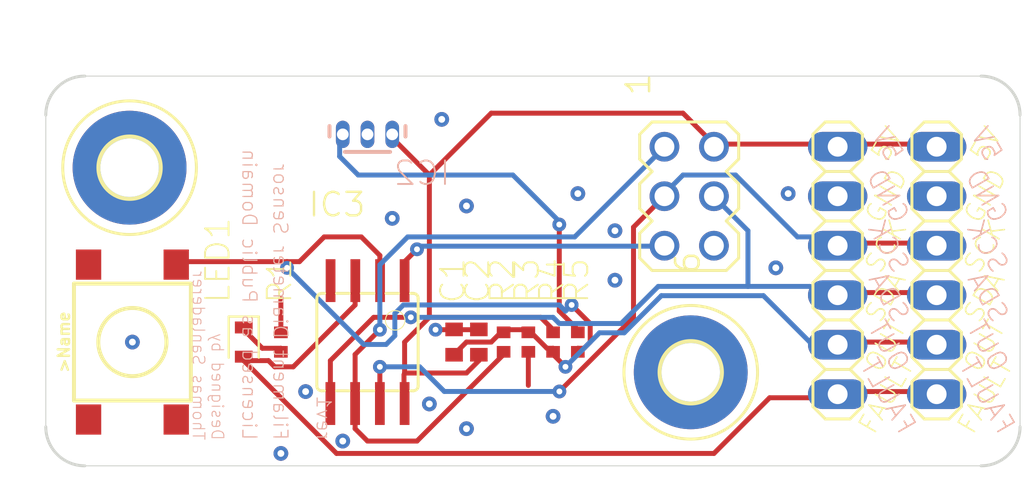
<source format=kicad_pcb>
(kicad_pcb (version 20171130) (host pcbnew "(5.1.9)-1")

  (general
    (thickness 1.6)
    (drawings 42)
    (tracks 186)
    (zones 0)
    (modules 16)
    (nets 12)
  )

  (page A4)
  (layers
    (0 Top signal)
    (31 Bottom signal)
    (32 B.Adhes user)
    (33 F.Adhes user)
    (34 B.Paste user)
    (35 F.Paste user)
    (36 B.SilkS user)
    (37 F.SilkS user)
    (38 B.Mask user)
    (39 F.Mask user)
    (40 Dwgs.User user)
    (41 Cmts.User user)
    (42 Eco1.User user)
    (43 Eco2.User user)
    (44 Edge.Cuts user)
    (45 Margin user)
    (46 B.CrtYd user)
    (47 F.CrtYd user)
    (48 B.Fab user)
    (49 F.Fab user)
  )

  (setup
    (last_trace_width 0.25)
    (trace_clearance 0.127)
    (zone_clearance 0.508)
    (zone_45_only no)
    (trace_min 0.2)
    (via_size 0.8)
    (via_drill 0.4)
    (via_min_size 0.4)
    (via_min_drill 0.3)
    (uvia_size 0.3)
    (uvia_drill 0.1)
    (uvias_allowed no)
    (uvia_min_size 0.2)
    (uvia_min_drill 0.1)
    (edge_width 0.05)
    (segment_width 0.2)
    (pcb_text_width 0.3)
    (pcb_text_size 1.5 1.5)
    (mod_edge_width 0.12)
    (mod_text_size 1 1)
    (mod_text_width 0.15)
    (pad_size 1.524 1.524)
    (pad_drill 0.762)
    (pad_to_mask_clearance 0)
    (aux_axis_origin 0 0)
    (visible_elements 7FFFFFFF)
    (pcbplotparams
      (layerselection 0x010fc_ffffffff)
      (usegerberextensions false)
      (usegerberattributes true)
      (usegerberadvancedattributes true)
      (creategerberjobfile true)
      (excludeedgelayer true)
      (linewidth 0.100000)
      (plotframeref false)
      (viasonmask false)
      (mode 1)
      (useauxorigin false)
      (hpglpennumber 1)
      (hpglpenspeed 20)
      (hpglpendiameter 15.000000)
      (psnegative false)
      (psa4output false)
      (plotreference true)
      (plotvalue true)
      (plotinvisibletext false)
      (padsonsilk false)
      (subtractmaskfromsilk false)
      (outputformat 1)
      (mirror false)
      (drillshape 1)
      (scaleselection 1)
      (outputdirectory ""))
  )

  (net 0 "")
  (net 1 +5V)
  (net 2 GND)
  (net 3 /FAULT)
  (net 4 /OUT)
  (net 5 /SDA)
  (net 6 /SCK)
  (net 7 "Net-(IC2-Pad3)")
  (net 8 /RESET)
  (net 9 /MISO)
  (net 10 /IN)
  (net 11 "Net-(LED1-PadC)")

  (net_class Default "This is the default net class."
    (clearance 0.127)
    (trace_width 0.25)
    (via_dia 0.8)
    (via_drill 0.4)
    (uvia_dia 0.3)
    (uvia_drill 0.1)
    (add_net +5V)
    (add_net /FAULT)
    (add_net /IN)
    (add_net /MISO)
    (add_net /OUT)
    (add_net /RESET)
    (add_net /SCK)
    (add_net /SDA)
    (add_net GND)
    (add_net "Net-(IC2-Pad3)")
    (add_net "Net-(LED1-PadC)")
  )

  (module filaSens:SIP3-UA (layer Bottom) (tedit 0) (tstamp 607B0B41)
    (at 140.0111 97.9936 180)
    (descr "<b>Type: 3-pin SIP, conventional leadframe</b><p>\nSource: http://www.allegromicro.com/en/Products/Packaging/pkghall1.pdf")
    (path /B2BFE474)
    (fp_text reference IC2 (at -1.27 -2.69875) (layer B.SilkS)
      (effects (font (size 1.2065 1.2065) (thickness 0.09652)) (justify right bottom mirror))
    )
    (fp_text value SS495 (at -2.54 1.405) (layer B.Fab)
      (effects (font (size 1.2065 1.2065) (thickness 0.09652)) (justify right bottom mirror))
    )
    (fp_line (start 1.95 0.425) (end -1.95 0.425) (layer B.Fab) (width 0.2032))
    (fp_line (start 1.95 -0.11) (end 1.95 0.425) (layer B.SilkS) (width 0.2032))
    (fp_line (start 1.16 -0.9) (end 1.95 -0.11) (layer B.Fab) (width 0.2032))
    (fp_line (start -1.16 -0.9) (end 1.16 -0.9) (layer B.SilkS) (width 0.2032))
    (fp_line (start -1.95 -0.11) (end -1.16 -0.9) (layer B.Fab) (width 0.2032))
    (fp_line (start -1.95 0.425) (end -1.95 -0.11) (layer B.SilkS) (width 0.2032))
    (pad 3 thru_hole oval (at 1.27 0 90) (size 1.4 0.7) (drill 0.6) (layers *.Cu *.Mask)
      (net 7 "Net-(IC2-Pad3)") (solder_mask_margin 0.1016))
    (pad 2 thru_hole oval (at 0 0 90) (size 1.4 0.7) (drill 0.6) (layers *.Cu *.Mask)
      (net 2 GND) (solder_mask_margin 0.1016))
    (pad 1 thru_hole oval (at -1.27 0 90) (size 1.4 0.7) (drill 0.6) (layers *.Cu *.Mask)
      (net 1 +5V) (solder_mask_margin 0.1016))
  )

  (module filaSens:1X06 (layer Top) (tedit 0) (tstamp 607B0B4D)
    (at 164.1411 104.9786 270)
    (descr "<b>PIN HEADER</b>")
    (path /235567EB)
    (fp_text reference JP1 (at -7.6962 -1.8288 270) (layer F.SilkS) hide
      (effects (font (size 1.2065 1.2065) (thickness 0.127)) (justify right top))
    )
    (fp_text value OUTPUT (at -7.62 3.175 270) (layer F.Fab) hide
      (effects (font (size 1.2065 1.2065) (thickness 0.1016)) (justify right top))
    )
    (fp_poly (pts (xy 6.096 0.254) (xy 6.604 0.254) (xy 6.604 -0.254) (xy 6.096 -0.254)) (layer F.Fab) (width 0))
    (fp_poly (pts (xy -6.604 0.254) (xy -6.096 0.254) (xy -6.096 -0.254) (xy -6.604 -0.254)) (layer F.Fab) (width 0))
    (fp_poly (pts (xy -4.064 0.254) (xy -3.556 0.254) (xy -3.556 -0.254) (xy -4.064 -0.254)) (layer F.Fab) (width 0))
    (fp_poly (pts (xy -1.524 0.254) (xy -1.016 0.254) (xy -1.016 -0.254) (xy -1.524 -0.254)) (layer F.Fab) (width 0))
    (fp_poly (pts (xy 1.016 0.254) (xy 1.524 0.254) (xy 1.524 -0.254) (xy 1.016 -0.254)) (layer F.Fab) (width 0))
    (fp_poly (pts (xy 3.556 0.254) (xy 4.064 0.254) (xy 4.064 -0.254) (xy 3.556 -0.254)) (layer F.Fab) (width 0))
    (fp_line (start 6.985 1.27) (end 5.715 1.27) (layer F.SilkS) (width 0.1524))
    (fp_line (start 5.08 0.635) (end 5.715 1.27) (layer F.SilkS) (width 0.1524))
    (fp_line (start 5.715 -1.27) (end 5.08 -0.635) (layer F.SilkS) (width 0.1524))
    (fp_line (start 7.62 0.635) (end 6.985 1.27) (layer F.SilkS) (width 0.1524))
    (fp_line (start 7.62 -0.635) (end 7.62 0.635) (layer F.SilkS) (width 0.1524))
    (fp_line (start 6.985 -1.27) (end 7.62 -0.635) (layer F.SilkS) (width 0.1524))
    (fp_line (start 5.715 -1.27) (end 6.985 -1.27) (layer F.SilkS) (width 0.1524))
    (fp_line (start -5.715 1.27) (end -6.985 1.27) (layer F.SilkS) (width 0.1524))
    (fp_line (start -7.62 0.635) (end -6.985 1.27) (layer F.SilkS) (width 0.1524))
    (fp_line (start -6.985 -1.27) (end -7.62 -0.635) (layer F.SilkS) (width 0.1524))
    (fp_line (start -7.62 -0.635) (end -7.62 0.635) (layer F.SilkS) (width 0.1524))
    (fp_line (start -4.445 1.27) (end -5.08 0.635) (layer F.SilkS) (width 0.1524))
    (fp_line (start -3.175 1.27) (end -4.445 1.27) (layer F.SilkS) (width 0.1524))
    (fp_line (start -2.54 0.635) (end -3.175 1.27) (layer F.SilkS) (width 0.1524))
    (fp_line (start -2.54 -0.635) (end -2.54 0.635) (layer F.SilkS) (width 0.1524))
    (fp_line (start -3.175 -1.27) (end -2.54 -0.635) (layer F.SilkS) (width 0.1524))
    (fp_line (start -4.445 -1.27) (end -3.175 -1.27) (layer F.SilkS) (width 0.1524))
    (fp_line (start -5.08 -0.635) (end -4.445 -1.27) (layer F.SilkS) (width 0.1524))
    (fp_line (start -5.08 0.635) (end -5.715 1.27) (layer F.SilkS) (width 0.1524))
    (fp_line (start -5.08 -0.635) (end -5.08 0.635) (layer F.SilkS) (width 0.1524))
    (fp_line (start -5.715 -1.27) (end -5.08 -0.635) (layer F.SilkS) (width 0.1524))
    (fp_line (start -6.985 -1.27) (end -5.715 -1.27) (layer F.SilkS) (width 0.1524))
    (fp_line (start 1.905 1.27) (end 0.635 1.27) (layer F.SilkS) (width 0.1524))
    (fp_line (start 0 0.635) (end 0.635 1.27) (layer F.SilkS) (width 0.1524))
    (fp_line (start 0.635 -1.27) (end 0 -0.635) (layer F.SilkS) (width 0.1524))
    (fp_line (start -1.905 1.27) (end -2.54 0.635) (layer F.SilkS) (width 0.1524))
    (fp_line (start -0.635 1.27) (end -1.905 1.27) (layer F.SilkS) (width 0.1524))
    (fp_line (start 0 0.635) (end -0.635 1.27) (layer F.SilkS) (width 0.1524))
    (fp_line (start 0 -0.635) (end 0 0.635) (layer F.SilkS) (width 0.1524))
    (fp_line (start -0.635 -1.27) (end 0 -0.635) (layer F.SilkS) (width 0.1524))
    (fp_line (start -1.905 -1.27) (end -0.635 -1.27) (layer F.SilkS) (width 0.1524))
    (fp_line (start -2.54 -0.635) (end -1.905 -1.27) (layer F.SilkS) (width 0.1524))
    (fp_line (start 3.175 1.27) (end 2.54 0.635) (layer F.SilkS) (width 0.1524))
    (fp_line (start 4.445 1.27) (end 3.175 1.27) (layer F.SilkS) (width 0.1524))
    (fp_line (start 5.08 0.635) (end 4.445 1.27) (layer F.SilkS) (width 0.1524))
    (fp_line (start 5.08 -0.635) (end 5.08 0.635) (layer F.SilkS) (width 0.1524))
    (fp_line (start 4.445 -1.27) (end 5.08 -0.635) (layer F.SilkS) (width 0.1524))
    (fp_line (start 3.175 -1.27) (end 4.445 -1.27) (layer F.SilkS) (width 0.1524))
    (fp_line (start 2.54 -0.635) (end 3.175 -1.27) (layer F.SilkS) (width 0.1524))
    (fp_line (start 2.54 0.635) (end 1.905 1.27) (layer F.SilkS) (width 0.1524))
    (fp_line (start 2.54 -0.635) (end 2.54 0.635) (layer F.SilkS) (width 0.1524))
    (fp_line (start 1.905 -1.27) (end 2.54 -0.635) (layer F.SilkS) (width 0.1524))
    (fp_line (start 0.635 -1.27) (end 1.905 -1.27) (layer F.SilkS) (width 0.1524))
    (pad 6 thru_hole oval (at 6.35 0) (size 3.048 1.524) (drill 1.016) (layers *.Cu *.Mask)
      (net 3 /FAULT) (solder_mask_margin 0.1016))
    (pad 5 thru_hole oval (at 3.81 0) (size 3.048 1.524) (drill 1.016) (layers *.Cu *.Mask)
      (net 4 /OUT) (solder_mask_margin 0.1016))
    (pad 4 thru_hole oval (at 1.27 0) (size 3.048 1.524) (drill 1.016) (layers *.Cu *.Mask)
      (net 5 /SDA) (solder_mask_margin 0.1016))
    (pad 3 thru_hole oval (at -1.27 0) (size 3.048 1.524) (drill 1.016) (layers *.Cu *.Mask)
      (net 6 /SCK) (solder_mask_margin 0.1016))
    (pad 2 thru_hole oval (at -3.81 0) (size 3.048 1.524) (drill 1.016) (layers *.Cu *.Mask)
      (net 2 GND) (solder_mask_margin 0.1016))
    (pad 1 thru_hole oval (at -6.35 0) (size 3.048 1.524) (drill 1.016) (layers *.Cu *.Mask)
      (net 1 +5V) (solder_mask_margin 0.1016))
  )

  (module filaSens:1X06 (layer Top) (tedit 0) (tstamp 607B0B87)
    (at 169.2211 104.9786 270)
    (descr "<b>PIN HEADER</b>")
    (path /46E31EBA)
    (fp_text reference JP2 (at -7.6962 -1.8288 270) (layer F.SilkS) hide
      (effects (font (size 1.2065 1.2065) (thickness 0.127)) (justify right top))
    )
    (fp_text value SUPPORT_ROW (at -7.62 3.175 270) (layer F.Fab) hide
      (effects (font (size 1.2065 1.2065) (thickness 0.1016)) (justify right top))
    )
    (fp_poly (pts (xy 6.096 0.254) (xy 6.604 0.254) (xy 6.604 -0.254) (xy 6.096 -0.254)) (layer F.Fab) (width 0))
    (fp_poly (pts (xy -6.604 0.254) (xy -6.096 0.254) (xy -6.096 -0.254) (xy -6.604 -0.254)) (layer F.Fab) (width 0))
    (fp_poly (pts (xy -4.064 0.254) (xy -3.556 0.254) (xy -3.556 -0.254) (xy -4.064 -0.254)) (layer F.Fab) (width 0))
    (fp_poly (pts (xy -1.524 0.254) (xy -1.016 0.254) (xy -1.016 -0.254) (xy -1.524 -0.254)) (layer F.Fab) (width 0))
    (fp_poly (pts (xy 1.016 0.254) (xy 1.524 0.254) (xy 1.524 -0.254) (xy 1.016 -0.254)) (layer F.Fab) (width 0))
    (fp_poly (pts (xy 3.556 0.254) (xy 4.064 0.254) (xy 4.064 -0.254) (xy 3.556 -0.254)) (layer F.Fab) (width 0))
    (fp_line (start 6.985 1.27) (end 5.715 1.27) (layer F.SilkS) (width 0.1524))
    (fp_line (start 5.08 0.635) (end 5.715 1.27) (layer F.SilkS) (width 0.1524))
    (fp_line (start 5.715 -1.27) (end 5.08 -0.635) (layer F.SilkS) (width 0.1524))
    (fp_line (start 7.62 0.635) (end 6.985 1.27) (layer F.SilkS) (width 0.1524))
    (fp_line (start 7.62 -0.635) (end 7.62 0.635) (layer F.SilkS) (width 0.1524))
    (fp_line (start 6.985 -1.27) (end 7.62 -0.635) (layer F.SilkS) (width 0.1524))
    (fp_line (start 5.715 -1.27) (end 6.985 -1.27) (layer F.SilkS) (width 0.1524))
    (fp_line (start -5.715 1.27) (end -6.985 1.27) (layer F.SilkS) (width 0.1524))
    (fp_line (start -7.62 0.635) (end -6.985 1.27) (layer F.SilkS) (width 0.1524))
    (fp_line (start -6.985 -1.27) (end -7.62 -0.635) (layer F.SilkS) (width 0.1524))
    (fp_line (start -7.62 -0.635) (end -7.62 0.635) (layer F.SilkS) (width 0.1524))
    (fp_line (start -4.445 1.27) (end -5.08 0.635) (layer F.SilkS) (width 0.1524))
    (fp_line (start -3.175 1.27) (end -4.445 1.27) (layer F.SilkS) (width 0.1524))
    (fp_line (start -2.54 0.635) (end -3.175 1.27) (layer F.SilkS) (width 0.1524))
    (fp_line (start -2.54 -0.635) (end -2.54 0.635) (layer F.SilkS) (width 0.1524))
    (fp_line (start -3.175 -1.27) (end -2.54 -0.635) (layer F.SilkS) (width 0.1524))
    (fp_line (start -4.445 -1.27) (end -3.175 -1.27) (layer F.SilkS) (width 0.1524))
    (fp_line (start -5.08 -0.635) (end -4.445 -1.27) (layer F.SilkS) (width 0.1524))
    (fp_line (start -5.08 0.635) (end -5.715 1.27) (layer F.SilkS) (width 0.1524))
    (fp_line (start -5.08 -0.635) (end -5.08 0.635) (layer F.SilkS) (width 0.1524))
    (fp_line (start -5.715 -1.27) (end -5.08 -0.635) (layer F.SilkS) (width 0.1524))
    (fp_line (start -6.985 -1.27) (end -5.715 -1.27) (layer F.SilkS) (width 0.1524))
    (fp_line (start 1.905 1.27) (end 0.635 1.27) (layer F.SilkS) (width 0.1524))
    (fp_line (start 0 0.635) (end 0.635 1.27) (layer F.SilkS) (width 0.1524))
    (fp_line (start 0.635 -1.27) (end 0 -0.635) (layer F.SilkS) (width 0.1524))
    (fp_line (start -1.905 1.27) (end -2.54 0.635) (layer F.SilkS) (width 0.1524))
    (fp_line (start -0.635 1.27) (end -1.905 1.27) (layer F.SilkS) (width 0.1524))
    (fp_line (start 0 0.635) (end -0.635 1.27) (layer F.SilkS) (width 0.1524))
    (fp_line (start 0 -0.635) (end 0 0.635) (layer F.SilkS) (width 0.1524))
    (fp_line (start -0.635 -1.27) (end 0 -0.635) (layer F.SilkS) (width 0.1524))
    (fp_line (start -1.905 -1.27) (end -0.635 -1.27) (layer F.SilkS) (width 0.1524))
    (fp_line (start -2.54 -0.635) (end -1.905 -1.27) (layer F.SilkS) (width 0.1524))
    (fp_line (start 3.175 1.27) (end 2.54 0.635) (layer F.SilkS) (width 0.1524))
    (fp_line (start 4.445 1.27) (end 3.175 1.27) (layer F.SilkS) (width 0.1524))
    (fp_line (start 5.08 0.635) (end 4.445 1.27) (layer F.SilkS) (width 0.1524))
    (fp_line (start 5.08 -0.635) (end 5.08 0.635) (layer F.SilkS) (width 0.1524))
    (fp_line (start 4.445 -1.27) (end 5.08 -0.635) (layer F.SilkS) (width 0.1524))
    (fp_line (start 3.175 -1.27) (end 4.445 -1.27) (layer F.SilkS) (width 0.1524))
    (fp_line (start 2.54 -0.635) (end 3.175 -1.27) (layer F.SilkS) (width 0.1524))
    (fp_line (start 2.54 0.635) (end 1.905 1.27) (layer F.SilkS) (width 0.1524))
    (fp_line (start 2.54 -0.635) (end 2.54 0.635) (layer F.SilkS) (width 0.1524))
    (fp_line (start 1.905 -1.27) (end 2.54 -0.635) (layer F.SilkS) (width 0.1524))
    (fp_line (start 0.635 -1.27) (end 1.905 -1.27) (layer F.SilkS) (width 0.1524))
    (pad 6 thru_hole oval (at 6.35 0) (size 3.048 1.524) (drill 1.016) (layers *.Cu *.Mask)
      (net 3 /FAULT) (solder_mask_margin 0.1016))
    (pad 5 thru_hole oval (at 3.81 0) (size 3.048 1.524) (drill 1.016) (layers *.Cu *.Mask)
      (net 4 /OUT) (solder_mask_margin 0.1016))
    (pad 4 thru_hole oval (at 1.27 0) (size 3.048 1.524) (drill 1.016) (layers *.Cu *.Mask)
      (net 5 /SDA) (solder_mask_margin 0.1016))
    (pad 3 thru_hole oval (at -1.27 0) (size 3.048 1.524) (drill 1.016) (layers *.Cu *.Mask)
      (net 6 /SCK) (solder_mask_margin 0.1016))
    (pad 2 thru_hole oval (at -3.81 0) (size 3.048 1.524) (drill 1.016) (layers *.Cu *.Mask)
      (net 2 GND) (solder_mask_margin 0.1016))
    (pad 1 thru_hole oval (at -6.35 0) (size 3.048 1.524) (drill 1.016) (layers *.Cu *.Mask)
      (net 1 +5V) (solder_mask_margin 0.1016))
  )

  (module filaSens:3,0-PAD (layer Top) (tedit 0) (tstamp 607B0BC1)
    (at 156.6011 110.2036)
    (descr "<b>MOUNTING PAD</b> 3.0 mm, round")
    (path /9910BFD8)
    (fp_text reference H1 (at 0 0) (layer F.SilkS) hide
      (effects (font (size 1.27 1.27) (thickness 0.15)))
    )
    (fp_text value MOUNT-PAD-ROUND3.0 (at 0 0) (layer F.SilkS) hide
      (effects (font (size 1.27 1.27) (thickness 0.15)))
    )
    (fp_circle (center 0 0) (end 1.6 0) (layer F.SilkS) (width 0.2032))
    (fp_circle (center 0 0) (end 3.556 0) (layer Dwgs.User) (width 1.016))
    (fp_circle (center 0 0) (end 3.556 0) (layer Dwgs.User) (width 1.016))
    (fp_circle (center 0 0) (end 3.556 0) (layer Dwgs.User) (width 1.016))
    (fp_circle (center 0 0) (end 0.762 0) (layer F.Fab) (width 0.4572))
    (fp_circle (center 0 0) (end 3.429 0) (layer F.SilkS) (width 0.1524))
    (fp_text user 3,0 (at -1.27 3.81) (layer Cmts.User)
      (effects (font (size 1.2065 1.2065) (thickness 0.1016)) (justify left bottom))
    )
    (fp_arc (start 0 0) (end 0 -2.159) (angle 90) (layer F.Fab) (width 2.4892))
    (fp_arc (start 0 0) (end -2.159 0) (angle -90) (layer F.Fab) (width 2.4892))
    (pad B3,0 thru_hole circle (at 0 0) (size 5.842 5.842) (drill 3) (layers *.Cu *.Mask)
      (net 2 GND) (solder_mask_margin 0.1016))
  )

  (module filaSens:3,0-PAD (layer Top) (tedit 0) (tstamp 607B0BCE)
    (at 127.8011 99.7036)
    (descr "<b>MOUNTING PAD</b> 3.0 mm, round")
    (path /5D268E00)
    (fp_text reference H2 (at 0 0) (layer F.SilkS) hide
      (effects (font (size 1.27 1.27) (thickness 0.15)))
    )
    (fp_text value MOUNT-PAD-ROUND3.0 (at 0 0) (layer F.SilkS) hide
      (effects (font (size 1.27 1.27) (thickness 0.15)))
    )
    (fp_circle (center 0 0) (end 1.6 0) (layer F.SilkS) (width 0.2032))
    (fp_circle (center 0 0) (end 3.556 0) (layer Dwgs.User) (width 1.016))
    (fp_circle (center 0 0) (end 3.556 0) (layer Dwgs.User) (width 1.016))
    (fp_circle (center 0 0) (end 3.556 0) (layer Dwgs.User) (width 1.016))
    (fp_circle (center 0 0) (end 0.762 0) (layer F.Fab) (width 0.4572))
    (fp_circle (center 0 0) (end 3.429 0) (layer F.SilkS) (width 0.1524))
    (fp_text user 3,0 (at -1.27 3.81) (layer Cmts.User)
      (effects (font (size 1.2065 1.2065) (thickness 0.1016)) (justify left bottom))
    )
    (fp_arc (start 0 0) (end 0 -2.159) (angle 90) (layer F.Fab) (width 2.4892))
    (fp_arc (start 0 0) (end -2.159 0) (angle -90) (layer F.Fab) (width 2.4892))
    (pad B3,0 thru_hole circle (at 0 0) (size 5.842 5.842) (drill 3) (layers *.Cu *.Mask)
      (net 2 GND) (solder_mask_margin 0.1016))
  )

  (module filaSens:MA03-2 (layer Top) (tedit 0) (tstamp 607B0BDB)
    (at 156.5211 101.1686 270)
    (descr "<b>PIN HEADER</b>")
    (path /C9A7A6AE)
    (fp_text reference SV1 (at -3.81 -2.921 270) (layer F.SilkS) hide
      (effects (font (size 1.2065 1.2065) (thickness 0.127)) (justify right top))
    )
    (fp_text value ISP (at -0.135 4.1275 90) (layer F.Fab)
      (effects (font (size 1.2065 1.2065) (thickness 0.12065)) (justify left bottom))
    )
    (fp_poly (pts (xy 2.286 -1.016) (xy 2.794 -1.016) (xy 2.794 -1.524) (xy 2.286 -1.524)) (layer F.Fab) (width 0))
    (fp_poly (pts (xy -0.254 -1.016) (xy 0.254 -1.016) (xy 0.254 -1.524) (xy -0.254 -1.524)) (layer F.Fab) (width 0))
    (fp_poly (pts (xy -2.794 -1.016) (xy -2.286 -1.016) (xy -2.286 -1.524) (xy -2.794 -1.524)) (layer F.Fab) (width 0))
    (fp_poly (pts (xy 2.286 1.524) (xy 2.794 1.524) (xy 2.794 1.016) (xy 2.286 1.016)) (layer F.Fab) (width 0))
    (fp_poly (pts (xy -2.794 1.524) (xy -2.286 1.524) (xy -2.286 1.016) (xy -2.794 1.016)) (layer F.Fab) (width 0))
    (fp_poly (pts (xy -0.254 1.524) (xy 0.254 1.524) (xy 0.254 1.016) (xy -0.254 1.016)) (layer F.Fab) (width 0))
    (fp_line (start 1.905 2.54) (end 1.27 1.905) (layer F.SilkS) (width 0.1524))
    (fp_line (start 3.175 2.54) (end 1.905 2.54) (layer F.SilkS) (width 0.1524))
    (fp_line (start 3.81 1.905) (end 3.175 2.54) (layer F.SilkS) (width 0.1524))
    (fp_line (start -1.905 2.54) (end -3.175 2.54) (layer F.SilkS) (width 0.1524))
    (fp_line (start -3.81 1.905) (end -3.175 2.54) (layer F.SilkS) (width 0.1524))
    (fp_line (start -3.81 -1.905) (end -3.81 1.905) (layer F.SilkS) (width 0.1524))
    (fp_line (start -0.635 2.54) (end -1.27 1.905) (layer F.SilkS) (width 0.1524))
    (fp_line (start 0.635 2.54) (end -0.635 2.54) (layer F.SilkS) (width 0.1524))
    (fp_line (start 1.27 1.905) (end 0.635 2.54) (layer F.SilkS) (width 0.1524))
    (fp_line (start -1.27 1.905) (end -1.905 2.54) (layer F.SilkS) (width 0.1524))
    (fp_line (start 3.81 -1.905) (end 3.81 1.905) (layer F.SilkS) (width 0.1524))
    (fp_line (start 3.175 -2.54) (end 3.81 -1.905) (layer F.SilkS) (width 0.1524))
    (fp_line (start 1.905 -2.54) (end 3.175 -2.54) (layer F.SilkS) (width 0.1524))
    (fp_line (start 1.27 -1.905) (end 1.905 -2.54) (layer F.SilkS) (width 0.1524))
    (fp_line (start -3.175 -2.54) (end -3.81 -1.905) (layer F.SilkS) (width 0.1524))
    (fp_line (start 0.635 -2.54) (end 1.27 -1.905) (layer F.SilkS) (width 0.1524))
    (fp_line (start -0.635 -2.54) (end 0.635 -2.54) (layer F.SilkS) (width 0.1524))
    (fp_line (start -1.27 -1.905) (end -0.635 -2.54) (layer F.SilkS) (width 0.1524))
    (fp_line (start -1.905 -2.54) (end -1.27 -1.905) (layer F.SilkS) (width 0.1524))
    (fp_line (start -3.175 -2.54) (end -1.905 -2.54) (layer F.SilkS) (width 0.1524))
    (fp_text user 6 (at 4.064 -0.635 270) (layer F.SilkS)
      (effects (font (size 1.2065 1.2065) (thickness 0.127)) (justify left bottom))
    )
    (fp_text user 1 (at -5.08 1.905 270) (layer F.SilkS)
      (effects (font (size 1.2065 1.2065) (thickness 0.127)) (justify left bottom))
    )
    (pad 6 thru_hole circle (at 2.54 -1.27 270) (size 1.524 1.524) (drill 1.016) (layers *.Cu *.Mask)
      (net 2 GND) (solder_mask_margin 0.1016))
    (pad 4 thru_hole circle (at 0 -1.27 270) (size 1.524 1.524) (drill 1.016) (layers *.Cu *.Mask)
      (net 5 /SDA) (solder_mask_margin 0.1016))
    (pad 2 thru_hole circle (at -2.54 -1.27 270) (size 1.524 1.524) (drill 1.016) (layers *.Cu *.Mask)
      (net 1 +5V) (solder_mask_margin 0.1016))
    (pad 5 thru_hole circle (at 2.54 1.27 270) (size 1.524 1.524) (drill 1.016) (layers *.Cu *.Mask)
      (net 8 /RESET) (solder_mask_margin 0.1016))
    (pad 3 thru_hole circle (at 0 1.27 270) (size 1.524 1.524) (drill 1.016) (layers *.Cu *.Mask)
      (net 6 /SCK) (solder_mask_margin 0.1016))
    (pad 1 thru_hole circle (at -2.54 1.27 270) (size 1.524 1.524) (drill 1.016) (layers *.Cu *.Mask)
      (net 9 /MISO) (solder_mask_margin 0.1016))
  )

  (module filaSens:SOIC8 (layer Top) (tedit 0) (tstamp 607B0C00)
    (at 140.0111 108.6536 180)
    (descr "<B>Wide Plastic Gull Wing Small Outline Package</B>")
    (path /40F764B3)
    (fp_text reference IC3 (at 3.1115 6.35) (layer F.SilkS)
      (effects (font (size 1.2065 1.2065) (thickness 0.12065)) (justify left bottom))
    )
    (fp_text value TINY85 (at 3.1115 4.826) (layer F.Fab)
      (effects (font (size 1.2065 1.2065) (thickness 0.12065)) (justify left bottom))
    )
    (fp_poly (pts (xy -2.08 3.4) (xy -1.73 3.4) (xy -1.73 2.5) (xy -2.08 2.5)) (layer F.Fab) (width 0))
    (fp_poly (pts (xy -0.82 3.4) (xy -0.47 3.4) (xy -0.47 2.5) (xy -0.82 2.5)) (layer F.Fab) (width 0))
    (fp_poly (pts (xy 0.45 3.4) (xy 0.8 3.4) (xy 0.8 2.5) (xy 0.45 2.5)) (layer F.Fab) (width 0))
    (fp_poly (pts (xy 1.72 3.4) (xy 2.07 3.4) (xy 2.07 2.5) (xy 1.72 2.5)) (layer F.Fab) (width 0))
    (fp_poly (pts (xy 1.73 -2.5) (xy 2.08 -2.5) (xy 2.08 -3.4) (xy 1.73 -3.4)) (layer F.Fab) (width 0))
    (fp_poly (pts (xy 0.46 -2.5) (xy 0.81 -2.5) (xy 0.81 -3.4) (xy 0.46 -3.4)) (layer F.Fab) (width 0))
    (fp_poly (pts (xy -0.81 -2.5) (xy -0.46 -2.5) (xy -0.46 -3.4) (xy -0.81 -3.4)) (layer F.Fab) (width 0))
    (fp_poly (pts (xy -2.08 -2.5) (xy -1.73 -2.5) (xy -1.73 -3.4) (xy -2.08 -3.4)) (layer F.Fab) (width 0))
    (fp_circle (center -1.42 1.115) (end -0.92 1.115) (layer F.SilkS) (width 0.0508))
    (fp_line (start 2.6 2.25) (end 2.6 -2.25) (layer F.SilkS) (width 0.1524))
    (fp_line (start -2.6 -2.25) (end -2.6 2.24) (layer F.SilkS) (width 0.1524))
    (fp_line (start -2.21 2.5) (end -2.34 2.5) (layer F.SilkS) (width 0.1524))
    (fp_line (start -0.95 2.5) (end -1.59 2.5) (layer F.SilkS) (width 0.1524))
    (fp_line (start 0.32 2.5) (end -0.33 2.5) (layer F.SilkS) (width 0.1524))
    (fp_line (start 1.59 2.5) (end 0.94 2.5) (layer F.SilkS) (width 0.1524))
    (fp_line (start 2.2 2.5) (end 2.33 2.5) (layer F.SilkS) (width 0.1524))
    (fp_line (start 2.21 -2.5) (end 2.36 -2.5) (layer F.SilkS) (width 0.1524))
    (fp_line (start 0.95 -2.5) (end 1.59 -2.5) (layer F.SilkS) (width 0.1524))
    (fp_line (start -0.32 -2.5) (end 0.32 -2.5) (layer F.SilkS) (width 0.1524))
    (fp_line (start -1.59 -2.5) (end -0.95 -2.5) (layer F.SilkS) (width 0.1524))
    (fp_line (start -2.21 -2.5) (end -2.34 -2.5) (layer F.SilkS) (width 0.1524))
    (fp_line (start -2.34 -2.5) (end 2.36 -2.5) (layer F.Fab) (width 0.1524))
    (fp_line (start 2.36 2.5) (end -2.34 2.5) (layer F.Fab) (width 0.1524))
    (fp_arc (start -2.35 2.25) (end -2.6 2.25) (angle -90) (layer F.SilkS) (width 0.1524))
    (fp_arc (start 2.35 2.25) (end 2.35 2.5) (angle -90) (layer F.SilkS) (width 0.1524))
    (fp_arc (start 2.35 -2.25) (end 2.35 -2.5) (angle 90) (layer F.SilkS) (width 0.1524))
    (fp_arc (start -2.35 -2.25) (end -2.6 -2.25) (angle 90) (layer F.SilkS) (width 0.1524))
    (pad 5 smd rect (at 1.905 -3.154 180) (size 0.5 2.2) (layers Top F.Paste F.Mask)
      (net 5 /SDA) (solder_mask_margin 0.1016))
    (pad 6 smd rect (at 0.635 -3.154 180) (size 0.5 2.2) (layers Top F.Paste F.Mask)
      (net 9 /MISO) (solder_mask_margin 0.1016))
    (pad 7 smd rect (at -0.635 -3.154 180) (size 0.5 2.2) (layers Top F.Paste F.Mask)
      (net 6 /SCK) (solder_mask_margin 0.1016))
    (pad 8 smd rect (at -1.905 -3.154 180) (size 0.5 2.2) (layers Top F.Paste F.Mask)
      (net 1 +5V) (solder_mask_margin 0.1016))
    (pad 4 smd rect (at 1.895 3.154 180) (size 0.5 2.2) (layers Top F.Paste F.Mask)
      (net 2 GND) (solder_mask_margin 0.1016))
    (pad 3 smd rect (at 0.625 3.154 180) (size 0.5 2.2) (layers Top F.Paste F.Mask)
      (net 3 /FAULT) (solder_mask_margin 0.1016))
    (pad 2 smd rect (at -0.645 3.154 180) (size 0.5 2.2) (layers Top F.Paste F.Mask)
      (net 10 /IN) (solder_mask_margin 0.1016))
    (pad 1 smd rect (at -1.905 3.154 180) (size 0.5 2.2) (layers Top F.Paste F.Mask)
      (net 8 /RESET) (solder_mask_margin 0.1016))
  )

  (module filaSens:R0402 (layer Top) (tedit 0) (tstamp 607B0C26)
    (at 146.9961 108.6536 90)
    (descr "<b>Chip RESISTOR 0402 EIA (1005 Metric)</b>")
    (path /C0D1C9B9)
    (fp_text reference R2 (at 1.905 0.635 90) (layer F.SilkS)
      (effects (font (size 1.2065 1.2065) (thickness 0.09652)) (justify left bottom))
    )
    (fp_text value 36k (at -1.905 -0.635 90) (layer F.Fab)
      (effects (font (size 1.2065 1.2065) (thickness 0.09652)) (justify left bottom))
    )
    (fp_poly (pts (xy -0.1999 0.35) (xy 0.1999 0.35) (xy 0.1999 -0.35) (xy -0.1999 -0.35)) (layer F.Adhes) (width 0))
    (fp_poly (pts (xy 0.2588 0.3048) (xy 0.5588 0.3048) (xy 0.5588 -0.2951) (xy 0.2588 -0.2951)) (layer F.Fab) (width 0))
    (fp_poly (pts (xy -0.554 0.3048) (xy -0.254 0.3048) (xy -0.254 -0.2951) (xy -0.554 -0.2951)) (layer F.Fab) (width 0))
    (fp_line (start -1 0.483) (end -1 -0.483) (layer Dwgs.User) (width 0.0508))
    (fp_line (start 1 0.483) (end -1 0.483) (layer Dwgs.User) (width 0.0508))
    (fp_line (start 1 -0.483) (end 1 0.483) (layer Dwgs.User) (width 0.0508))
    (fp_line (start -1 -0.483) (end 1 -0.483) (layer Dwgs.User) (width 0.0508))
    (fp_line (start 0.245 0.224) (end -0.245 0.224) (layer F.Fab) (width 0.1524))
    (fp_line (start -0.245 -0.224) (end 0.245 -0.224) (layer F.Fab) (width 0.1524))
    (pad 2 smd rect (at 0.5 0 90) (size 0.6 0.7) (layers Top F.Paste F.Mask)
      (net 4 /OUT) (solder_mask_margin 0.1016))
    (pad 1 smd rect (at -0.5 0 90) (size 0.6 0.7) (layers Top F.Paste F.Mask)
      (net 9 /MISO) (solder_mask_margin 0.1016))
  )

  (module filaSens:R0402 (layer Top) (tedit 0) (tstamp 607B0C34)
    (at 135.5661 108.6536 90)
    (descr "<b>Chip RESISTOR 0402 EIA (1005 Metric)</b>")
    (path /DDF01354)
    (fp_text reference R1 (at 1.905 0.635 90) (layer F.SilkS)
      (effects (font (size 1.2065 1.2065) (thickness 0.09652)) (justify left bottom))
    )
    (fp_text value 1k (at -1.905 -0.635 90) (layer F.Fab)
      (effects (font (size 1.2065 1.2065) (thickness 0.09652)) (justify left bottom))
    )
    (fp_poly (pts (xy -0.1999 0.35) (xy 0.1999 0.35) (xy 0.1999 -0.35) (xy -0.1999 -0.35)) (layer F.Adhes) (width 0))
    (fp_poly (pts (xy 0.2588 0.3048) (xy 0.5588 0.3048) (xy 0.5588 -0.2951) (xy 0.2588 -0.2951)) (layer F.Fab) (width 0))
    (fp_poly (pts (xy -0.554 0.3048) (xy -0.254 0.3048) (xy -0.254 -0.2951) (xy -0.554 -0.2951)) (layer F.Fab) (width 0))
    (fp_line (start -1 0.483) (end -1 -0.483) (layer Dwgs.User) (width 0.0508))
    (fp_line (start 1 0.483) (end -1 0.483) (layer Dwgs.User) (width 0.0508))
    (fp_line (start 1 -0.483) (end 1 0.483) (layer Dwgs.User) (width 0.0508))
    (fp_line (start -1 -0.483) (end 1 -0.483) (layer Dwgs.User) (width 0.0508))
    (fp_line (start 0.245 0.224) (end -0.245 0.224) (layer F.Fab) (width 0.1524))
    (fp_line (start -0.245 -0.224) (end 0.245 -0.224) (layer F.Fab) (width 0.1524))
    (pad 2 smd rect (at 0.5 0 90) (size 0.6 0.7) (layers Top F.Paste F.Mask)
      (net 2 GND) (solder_mask_margin 0.1016))
    (pad 1 smd rect (at -0.5 0 90) (size 0.6 0.7) (layers Top F.Paste F.Mask)
      (net 11 "Net-(LED1-PadC)") (solder_mask_margin 0.1016))
  )

  (module filaSens:R0402 (layer Top) (tedit 0) (tstamp 607B0C42)
    (at 149.5361 108.6536 90)
    (descr "<b>Chip RESISTOR 0402 EIA (1005 Metric)</b>")
    (path /9335F57E)
    (fp_text reference R4 (at 1.905 0.635 90) (layer F.SilkS)
      (effects (font (size 1.2065 1.2065) (thickness 0.09652)) (justify left bottom))
    )
    (fp_text value 18k (at -1.905 0.635 90) (layer F.Fab)
      (effects (font (size 1.2065 1.2065) (thickness 0.09652)) (justify left bottom))
    )
    (fp_poly (pts (xy -0.1999 0.35) (xy 0.1999 0.35) (xy 0.1999 -0.35) (xy -0.1999 -0.35)) (layer F.Adhes) (width 0))
    (fp_poly (pts (xy 0.2588 0.3048) (xy 0.5588 0.3048) (xy 0.5588 -0.2951) (xy 0.2588 -0.2951)) (layer F.Fab) (width 0))
    (fp_poly (pts (xy -0.554 0.3048) (xy -0.254 0.3048) (xy -0.254 -0.2951) (xy -0.554 -0.2951)) (layer F.Fab) (width 0))
    (fp_line (start -1 0.483) (end -1 -0.483) (layer Dwgs.User) (width 0.0508))
    (fp_line (start 1 0.483) (end -1 0.483) (layer Dwgs.User) (width 0.0508))
    (fp_line (start 1 -0.483) (end 1 0.483) (layer Dwgs.User) (width 0.0508))
    (fp_line (start -1 -0.483) (end 1 -0.483) (layer Dwgs.User) (width 0.0508))
    (fp_line (start 0.245 0.224) (end -0.245 0.224) (layer F.Fab) (width 0.1524))
    (fp_line (start -0.245 -0.224) (end 0.245 -0.224) (layer F.Fab) (width 0.1524))
    (pad 2 smd rect (at 0.5 0 90) (size 0.6 0.7) (layers Top F.Paste F.Mask)
      (net 1 +5V) (solder_mask_margin 0.1016))
    (pad 1 smd rect (at -0.5 0 90) (size 0.6 0.7) (layers Top F.Paste F.Mask)
      (net 4 /OUT) (solder_mask_margin 0.1016))
  )

  (module filaSens:R0402 (layer Top) (tedit 0) (tstamp 607B0C50)
    (at 148.2661 108.6536 90)
    (descr "<b>Chip RESISTOR 0402 EIA (1005 Metric)</b>")
    (path /B3FB3AD2)
    (fp_text reference R3 (at 1.905 0.635 90) (layer F.SilkS)
      (effects (font (size 1.2065 1.2065) (thickness 0.09652)) (justify left bottom))
    )
    (fp_text value 9k1 (at -1.905 -0.635 90) (layer F.Fab)
      (effects (font (size 1.2065 1.2065) (thickness 0.09652)) (justify left bottom))
    )
    (fp_poly (pts (xy -0.1999 0.35) (xy 0.1999 0.35) (xy 0.1999 -0.35) (xy -0.1999 -0.35)) (layer F.Adhes) (width 0))
    (fp_poly (pts (xy 0.2588 0.3048) (xy 0.5588 0.3048) (xy 0.5588 -0.2951) (xy 0.2588 -0.2951)) (layer F.Fab) (width 0))
    (fp_poly (pts (xy -0.554 0.3048) (xy -0.254 0.3048) (xy -0.254 -0.2951) (xy -0.554 -0.2951)) (layer F.Fab) (width 0))
    (fp_line (start -1 0.483) (end -1 -0.483) (layer Dwgs.User) (width 0.0508))
    (fp_line (start 1 0.483) (end -1 0.483) (layer Dwgs.User) (width 0.0508))
    (fp_line (start 1 -0.483) (end 1 0.483) (layer Dwgs.User) (width 0.0508))
    (fp_line (start -1 -0.483) (end 1 -0.483) (layer Dwgs.User) (width 0.0508))
    (fp_line (start 0.245 0.224) (end -0.245 0.224) (layer F.Fab) (width 0.1524))
    (fp_line (start -0.245 -0.224) (end 0.245 -0.224) (layer F.Fab) (width 0.1524))
    (pad 2 smd rect (at 0.5 0 90) (size 0.6 0.7) (layers Top F.Paste F.Mask)
      (net 4 /OUT) (solder_mask_margin 0.1016))
    (pad 1 smd rect (at -0.5 0 90) (size 0.6 0.7) (layers Top F.Paste F.Mask)
      (net 2 GND) (solder_mask_margin 0.1016))
  )

  (module filaSens:R0402 (layer Top) (tedit 0) (tstamp 607B0C5E)
    (at 150.8061 108.6536 90)
    (descr "<b>Chip RESISTOR 0402 EIA (1005 Metric)</b>")
    (path /47D19289)
    (fp_text reference R5 (at 1.905 0.635 90) (layer F.SilkS)
      (effects (font (size 1.2065 1.2065) (thickness 0.09652)) (justify left bottom))
    )
    (fp_text value 4k7 (at -1.905 -1.905 90) (layer F.Fab)
      (effects (font (size 1.2065 1.2065) (thickness 0.09652)) (justify left bottom))
    )
    (fp_poly (pts (xy -0.1999 0.35) (xy 0.1999 0.35) (xy 0.1999 -0.35) (xy -0.1999 -0.35)) (layer F.Adhes) (width 0))
    (fp_poly (pts (xy 0.2588 0.3048) (xy 0.5588 0.3048) (xy 0.5588 -0.2951) (xy 0.2588 -0.2951)) (layer F.Fab) (width 0))
    (fp_poly (pts (xy -0.554 0.3048) (xy -0.254 0.3048) (xy -0.254 -0.2951) (xy -0.554 -0.2951)) (layer F.Fab) (width 0))
    (fp_line (start -1 0.483) (end -1 -0.483) (layer Dwgs.User) (width 0.0508))
    (fp_line (start 1 0.483) (end -1 0.483) (layer Dwgs.User) (width 0.0508))
    (fp_line (start 1 -0.483) (end 1 0.483) (layer Dwgs.User) (width 0.0508))
    (fp_line (start -1 -0.483) (end 1 -0.483) (layer Dwgs.User) (width 0.0508))
    (fp_line (start 0.245 0.224) (end -0.245 0.224) (layer F.Fab) (width 0.1524))
    (fp_line (start -0.245 -0.224) (end 0.245 -0.224) (layer F.Fab) (width 0.1524))
    (pad 2 smd rect (at 0.5 0 90) (size 0.6 0.7) (layers Top F.Paste F.Mask)
      (net 7 "Net-(IC2-Pad3)") (solder_mask_margin 0.1016))
    (pad 1 smd rect (at -0.5 0 90) (size 0.6 0.7) (layers Top F.Paste F.Mask)
      (net 10 /IN) (solder_mask_margin 0.1016))
  )

  (module filaSens:C0402 (layer Top) (tedit 0) (tstamp 607B0C6C)
    (at 144.4561 108.6536 90)
    (descr <b>CAPACITOR</b>)
    (path /E7D47EA7)
    (fp_text reference C1 (at 1.905 0.635 90) (layer F.SilkS)
      (effects (font (size 1.2065 1.2065) (thickness 0.09652)) (justify left bottom))
    )
    (fp_text value 10uF (at -1.905 -0.635 90) (layer F.Fab)
      (effects (font (size 1.2065 1.2065) (thickness 0.09652)) (justify left bottom))
    )
    (fp_poly (pts (xy -0.1999 0.3) (xy 0.1999 0.3) (xy 0.1999 -0.3) (xy -0.1999 -0.3)) (layer F.Adhes) (width 0))
    (fp_poly (pts (xy 0.2588 0.3048) (xy 0.5588 0.3048) (xy 0.5588 -0.2951) (xy 0.2588 -0.2951)) (layer F.Fab) (width 0))
    (fp_poly (pts (xy -0.554 0.3048) (xy -0.254 0.3048) (xy -0.254 -0.2951) (xy -0.554 -0.2951)) (layer F.Fab) (width 0))
    (fp_line (start -1.473 0.483) (end -1.473 -0.483) (layer Dwgs.User) (width 0.0508))
    (fp_line (start 1.473 0.483) (end -1.473 0.483) (layer Dwgs.User) (width 0.0508))
    (fp_line (start 1.473 -0.483) (end 1.473 0.483) (layer Dwgs.User) (width 0.0508))
    (fp_line (start -1.473 -0.483) (end 1.473 -0.483) (layer Dwgs.User) (width 0.0508))
    (fp_line (start 0.245 0.224) (end -0.245 0.224) (layer F.Fab) (width 0.1524))
    (fp_line (start -0.245 -0.224) (end 0.245 -0.224) (layer F.Fab) (width 0.1524))
    (pad 2 smd rect (at 0.65 0 90) (size 0.7 0.9) (layers Top F.Paste F.Mask)
      (net 2 GND) (solder_mask_margin 0.1016))
    (pad 1 smd rect (at -0.65 0 90) (size 0.7 0.9) (layers Top F.Paste F.Mask)
      (net 4 /OUT) (solder_mask_margin 0.1016))
  )

  (module filaSens:C0402 (layer Top) (tedit 0) (tstamp 607B0C7A)
    (at 145.7261 108.6536 90)
    (descr <b>CAPACITOR</b>)
    (path /8350CC17)
    (fp_text reference C2 (at 1.905 0.635 90) (layer F.SilkS)
      (effects (font (size 1.2065 1.2065) (thickness 0.09652)) (justify left bottom))
    )
    (fp_text value 10uF (at -1.905 -0.635 90) (layer F.Fab)
      (effects (font (size 1.2065 1.2065) (thickness 0.09652)) (justify left bottom))
    )
    (fp_poly (pts (xy -0.1999 0.3) (xy 0.1999 0.3) (xy 0.1999 -0.3) (xy -0.1999 -0.3)) (layer F.Adhes) (width 0))
    (fp_poly (pts (xy 0.2588 0.3048) (xy 0.5588 0.3048) (xy 0.5588 -0.2951) (xy 0.2588 -0.2951)) (layer F.Fab) (width 0))
    (fp_poly (pts (xy -0.554 0.3048) (xy -0.254 0.3048) (xy -0.254 -0.2951) (xy -0.554 -0.2951)) (layer F.Fab) (width 0))
    (fp_line (start -1.473 0.483) (end -1.473 -0.483) (layer Dwgs.User) (width 0.0508))
    (fp_line (start 1.473 0.483) (end -1.473 0.483) (layer Dwgs.User) (width 0.0508))
    (fp_line (start 1.473 -0.483) (end 1.473 0.483) (layer Dwgs.User) (width 0.0508))
    (fp_line (start -1.473 -0.483) (end 1.473 -0.483) (layer Dwgs.User) (width 0.0508))
    (fp_line (start 0.245 0.224) (end -0.245 0.224) (layer F.Fab) (width 0.1524))
    (fp_line (start -0.245 -0.224) (end 0.245 -0.224) (layer F.Fab) (width 0.1524))
    (pad 2 smd rect (at 0.65 0 90) (size 0.7 0.9) (layers Top F.Paste F.Mask)
      (net 2 GND) (solder_mask_margin 0.1016))
    (pad 1 smd rect (at -0.65 0 90) (size 0.7 0.9) (layers Top F.Paste F.Mask)
      (net 1 +5V) (solder_mask_margin 0.1016))
  )

  (module filaSens:TACTILE_SWITCH_SMD_6.2MM_TALL (layer Top) (tedit 0) (tstamp 607B0C88)
    (at 127.9461 108.6536 90)
    (descr "<h3>Momentary Switch (Pushbutton) - SPST - SMD, 6.2mm Square</h3>\n<p>Normally-open (NO) SPST momentary switches (buttons, pushbuttons).</p>\n<p><a href=\"http://www.apem.com/files/apem/brochures/ADTS6-ADTSM-KTSC6.pdf\">Datasheet</a> (ADTSM63NVTR)</p>")
    (path /788C9994)
    (fp_text reference S1 (at 0 -3.175 90) (layer F.SilkS) hide
      (effects (font (size 0.57912 0.57912) (thickness 0.115824)))
    )
    (fp_text value MOMENTARY-SWITCH-SPST-SMD-6.2MM-TALL (at 0 0 90) (layer F.SilkS) hide
      (effects (font (size 1.27 1.27) (thickness 0.15)))
    )
    (fp_circle (center 0 0) (end 1.75 0) (layer F.SilkS) (width 0.2032))
    (fp_line (start -3 -3) (end -3 3) (layer F.SilkS) (width 0.2032))
    (fp_line (start 3 -3) (end -3 -3) (layer F.SilkS) (width 0.2032))
    (fp_line (start 3 3) (end 3 -3) (layer F.SilkS) (width 0.2032))
    (fp_line (start -3 3) (end 3 3) (layer F.SilkS) (width 0.2032))
    (fp_text user >Value (at 0 3.175 90) (layer F.Fab)
      (effects (font (size 0.57912 0.57912) (thickness 0.12192)) (justify top))
    )
    (fp_text user >Name (at 0 -3.175 90) (layer F.SilkS)
      (effects (font (size 0.57912 0.57912) (thickness 0.12192)) (justify bottom))
    )
    (pad B2 smd rect (at 3.975 -2.25 180) (size 1.3 1.55) (layers Top F.Paste F.Mask)
      (net 2 GND) (solder_mask_margin 0.1016))
    (pad B1 smd rect (at -3.975 -2.25 180) (size 1.3 1.55) (layers Top F.Paste F.Mask)
      (solder_mask_margin 0.1016))
    (pad A2 smd rect (at 3.975 2.25 180) (size 1.3 1.55) (layers Top F.Paste F.Mask)
      (net 10 /IN) (solder_mask_margin 0.1016))
    (pad A1 smd rect (at -3.975 2.25 180) (size 1.3 1.55) (layers Top F.Paste F.Mask)
      (solder_mask_margin 0.1016))
  )

  (module filaSens:LEDC1608X35N_FLAT-Y (layer Top) (tedit 0) (tstamp 607B0C96)
    (at 133.6611 108.6536 270)
    (descr "Chip LED, 1.60 X 0.80 X 0.35 mm body\n <p>Chip LED package with body size 1.60 X 0.80 X 0.35 mm</p>")
    (path /7DC8C285)
    (fp_text reference LED1 (at -4.191 0.6271 90) (layer F.SilkS)
      (effects (font (size 1.2065 1.2065) (thickness 0.09652)) (justify bottom))
    )
    (fp_text value CHIP-FLAT-Y_0603-0.35MM (at -0.127 1.4049 270) (layer F.Fab) hide
      (effects (font (size 1.2065 1.2065) (thickness 0.1016)) (justify right top))
    )
    (fp_line (start 0.8 0.4) (end -0.8 0.4) (layer F.Fab) (width 0.12))
    (fp_line (start 0.8 -0.4) (end 0.8 0.4) (layer F.Fab) (width 0.12))
    (fp_line (start -0.8 -0.4) (end 0.8 -0.4) (layer F.Fab) (width 0.12))
    (fp_line (start -0.8 0.4) (end -0.8 -0.4) (layer F.Fab) (width 0.12))
    (fp_line (start -1.3099 0.7699) (end 0.8 0.7699) (layer F.SilkS) (width 0.12))
    (fp_line (start -1.3099 -0.7699) (end -1.3099 0.7699) (layer F.SilkS) (width 0.12))
    (fp_line (start -1.3099 -0.7699) (end 0.8 -0.7699) (layer F.SilkS) (width 0.12))
    (pad A smd rect (at 0.75 0 270) (size 0.6118 0.9118) (layers Top F.Paste F.Mask)
      (net 3 /FAULT) (solder_mask_margin 0.1016))
    (pad C smd rect (at -0.75 0 270) (size 0.6118 0.9118) (layers Top F.Paste F.Mask)
      (net 11 "Net-(LED1-PadC)") (solder_mask_margin 0.1016))
  )

  (gr_line (start 123.5011 97.0036) (end 123.5011 113.0036) (layer Edge.Cuts) (width 0.05) (tstamp 33302B20))
  (gr_line (start 125.5011 95.0036) (end 171.5011 95.0036) (layer Edge.Cuts) (width 0.05) (tstamp 33302F80))
  (gr_line (start 173.5011 97.0036) (end 173.5011 113.0036) (layer Edge.Cuts) (width 0.05) (tstamp 33302BC0))
  (gr_text 5V (at 166.6811 99.5811 60) (layer F.SilkS) (tstamp 33302D00)
    (effects (font (size 0.9652 0.9652) (thickness 0.08128)) (justify left bottom))
  )
  (gr_text GND (at 166.3636 102.7561 60) (layer F.SilkS) (tstamp 33303AC0)
    (effects (font (size 0.9652 0.9652) (thickness 0.08128)) (justify left bottom))
  )
  (gr_text OUT (at 166.3636 110.3761 60) (layer F.SilkS) (tstamp 33302EE0)
    (effects (font (size 0.9652 0.9652) (thickness 0.08128)) (justify left bottom))
  )
  (gr_text FAULT (at 166.0461 113.5511 60) (layer F.SilkS) (tstamp 33303160)
    (effects (font (size 0.9652 0.9652) (thickness 0.08128)) (justify left bottom))
  )
  (gr_text SCK (at 166.3636 105.2961 60) (layer F.SilkS) (tstamp 33303200)
    (effects (font (size 0.9652 0.9652) (thickness 0.08128)) (justify left bottom))
  )
  (gr_text SDA (at 166.3636 107.8361 60) (layer F.SilkS) (tstamp 333000A0)
    (effects (font (size 0.9652 0.9652) (thickness 0.08128)) (justify left bottom))
  )
  (gr_line (start 171.5011 115.0036) (end 125.5011 115.0036) (layer Edge.Cuts) (width 0.05) (tstamp 33301D60))
  (gr_line (start 127.8011 99.7036) (end 127.8011 116.0036) (layer Dwgs.User) (width 0.1) (tstamp 33302800))
  (dimension 28.847006 (width 0.1) (layer Dwgs.User)
    (gr_text "28.847 mm" (at 142.219004 101.227118 0.03575151306) (layer Dwgs.User)
      (effects (font (size 1 1) (thickness 0.15)))
    )
    (feature1 (pts (xy 127.8011 110.2036) (xy 127.795919 101.899697)))
    (feature2 (pts (xy 156.6481 110.1856) (xy 156.642919 101.881697)))
    (crossbar (pts (xy 156.643284 102.468118) (xy 127.796284 102.486118)))
    (arrow1a (pts (xy 127.796284 102.486118) (xy 128.922422 101.898994)))
    (arrow1b (pts (xy 127.796284 102.486118) (xy 128.923153 103.071836)))
    (arrow2a (pts (xy 156.643284 102.468118) (xy 155.516415 101.8824)))
    (arrow2b (pts (xy 156.643284 102.468118) (xy 155.517146 103.055242)))
  )
  (gr_line (start 156.6011 110.2036) (end 121.2011 110.2036) (layer Dwgs.User) (width 0.1) (tstamp 33301FE0))
  (dimension 10.5 (width 0.1) (layer Dwgs.User)
    (gr_text "10.500 mm" (at 136.4511 104.9536 270) (layer Dwgs.User)
      (effects (font (size 1 1) (thickness 0.15)))
    )
    (feature1 (pts (xy 127.8011 110.2036) (xy 135.787521 110.2036)))
    (feature2 (pts (xy 127.8011 99.7036) (xy 135.787521 99.7036)))
    (crossbar (pts (xy 135.2011 99.7036) (xy 135.2011 110.2036)))
    (arrow1a (pts (xy 135.2011 110.2036) (xy 134.614679 109.077096)))
    (arrow1b (pts (xy 135.2011 110.2036) (xy 135.787521 109.077096)))
    (arrow2a (pts (xy 135.2011 99.7036) (xy 134.614679 100.830104)))
    (arrow2b (pts (xy 135.2011 99.7036) (xy 135.787521 100.830104)))
  )
  (gr_text "Filament Diameter Sensor" (at 135.1136 113.7336 -90) (layer B.SilkS) (tstamp 33301E00)
    (effects (font (size 0.7239 0.7239) (thickness 0.06096)) (justify left bottom mirror))
  )
  (gr_text "Designed by\nThomas Sanladerer" (at 130.9861 113.7336 -90) (layer B.SilkS) (tstamp 333001E0)
    (effects (font (size 0.60325 0.60325) (thickness 0.0508)) (justify left bottom mirror))
  )
  (gr_text "Licensed as Public Domain" (at 133.5261 113.7336 -90) (layer B.SilkS) (tstamp 33300DC0)
    (effects (font (size 0.7239 0.7239) (thickness 0.06096)) (justify left bottom mirror))
  )
  (gr_text 5V (at 171.7611 99.5811 60) (layer F.SilkS) (tstamp 33302260)
    (effects (font (size 0.9652 0.9652) (thickness 0.08128)) (justify left bottom))
  )
  (gr_text GND (at 171.4436 102.7561 60) (layer F.SilkS) (tstamp 33300C80)
    (effects (font (size 0.9652 0.9652) (thickness 0.08128)) (justify left bottom))
  )
  (gr_text OUT (at 171.4436 110.3761 60) (layer F.SilkS) (tstamp 33301180)
    (effects (font (size 0.9652 0.9652) (thickness 0.08128)) (justify left bottom))
  )
  (gr_text FAULT (at 171.1261 113.5511 60) (layer F.SilkS) (tstamp 33301400)
    (effects (font (size 0.9652 0.9652) (thickness 0.08128)) (justify left bottom))
  )
  (gr_text SCK (at 171.4436 105.2961 60) (layer F.SilkS) (tstamp 33301EA0)
    (effects (font (size 0.9652 0.9652) (thickness 0.08128)) (justify left bottom))
  )
  (gr_text SDA (at 171.4436 107.8361 60) (layer F.SilkS) (tstamp 33301F40)
    (effects (font (size 0.9652 0.9652) (thickness 0.08128)) (justify left bottom))
  )
  (gr_text 5V (at 171.7611 99.5811 -60) (layer B.SilkS) (tstamp 33302440)
    (effects (font (size 0.9652 0.9652) (thickness 0.08128)) (justify left bottom mirror))
  )
  (gr_text GND (at 172.0786 102.7561 -60) (layer B.SilkS) (tstamp 33300B40)
    (effects (font (size 0.9652 0.9652) (thickness 0.08128)) (justify left bottom mirror))
  )
  (gr_text OUT (at 172.0786 110.3761 -60) (layer B.SilkS) (tstamp 33302120)
    (effects (font (size 0.9652 0.9652) (thickness 0.08128)) (justify left bottom mirror))
  )
  (gr_text FAULT (at 172.3961 113.5511 -60) (layer B.SilkS) (tstamp 333019A0)
    (effects (font (size 0.9652 0.9652) (thickness 0.08128)) (justify left bottom mirror))
  )
  (gr_text SCK (at 172.0786 105.2961 -60) (layer B.SilkS) (tstamp 33302580)
    (effects (font (size 0.9652 0.9652) (thickness 0.08128)) (justify left bottom mirror))
  )
  (gr_text SDA (at 172.0786 107.8361 -60) (layer B.SilkS) (tstamp 33301360)
    (effects (font (size 0.9652 0.9652) (thickness 0.08128)) (justify left bottom mirror))
  )
  (gr_text rev1 (at 137.3361 113.7336 -90) (layer B.SilkS) (tstamp 333015E0)
    (effects (font (size 0.7239 0.7239) (thickness 0.06096)) (justify left bottom mirror))
  )
  (gr_text 5V (at 166.6811 99.5811 -60) (layer B.SilkS) (tstamp 33300280)
    (effects (font (size 0.9652 0.9652) (thickness 0.08128)) (justify left bottom mirror))
  )
  (gr_text GND (at 166.9986 102.7561 -60) (layer B.SilkS) (tstamp 33301CC0)
    (effects (font (size 0.9652 0.9652) (thickness 0.08128)) (justify left bottom mirror))
  )
  (gr_text OUT (at 166.9986 110.3761 -60) (layer B.SilkS) (tstamp 33301680)
    (effects (font (size 0.9652 0.9652) (thickness 0.08128)) (justify left bottom mirror))
  )
  (gr_text FAULT (at 167.3161 113.5511 -60) (layer B.SilkS) (tstamp 33300460)
    (effects (font (size 0.9652 0.9652) (thickness 0.08128)) (justify left bottom mirror))
  )
  (gr_text SCK (at 166.9986 105.2961 -60) (layer B.SilkS) (tstamp 33300D20)
    (effects (font (size 0.9652 0.9652) (thickness 0.08128)) (justify left bottom mirror))
  )
  (gr_text SDA (at 166.9986 107.8361 -60) (layer B.SilkS) (tstamp 33301AE0)
    (effects (font (size 0.9652 0.9652) (thickness 0.08128)) (justify left bottom mirror))
  )
  (dimension 50 (width 0.1) (layer Dwgs.User)
    (gr_text "50.000 mm" (at 148.5011 91.8461) (layer Dwgs.User)
      (effects (font (size 1 1) (thickness 0.15)))
    )
    (feature1 (pts (xy 173.5011 95.0036) (xy 173.5011 92.509679)))
    (feature2 (pts (xy 123.5011 95.0036) (xy 123.5011 92.509679)))
    (crossbar (pts (xy 123.5011 93.0961) (xy 173.5011 93.0961)))
    (arrow1a (pts (xy 173.5011 93.0961) (xy 172.374596 93.682521)))
    (arrow1b (pts (xy 173.5011 93.0961) (xy 172.374596 92.509679)))
    (arrow2a (pts (xy 123.5011 93.0961) (xy 124.627604 93.682521)))
    (arrow2b (pts (xy 123.5011 93.0961) (xy 124.627604 92.509679)))
  )
  (dimension 20 (width 0.1) (layer Dwgs.User)
    (gr_text "20.000 mm" (at 168.5936 105.0036 270) (layer Dwgs.User)
      (effects (font (size 1 1) (thickness 0.15)))
    )
    (feature1 (pts (xy 173.5011 115.0036) (xy 169.257179 115.0036)))
    (feature2 (pts (xy 173.5011 95.0036) (xy 169.257179 95.0036)))
    (crossbar (pts (xy 169.8436 95.0036) (xy 169.8436 115.0036)))
    (arrow1a (pts (xy 169.8436 115.0036) (xy 169.257179 113.877096)))
    (arrow1b (pts (xy 169.8436 115.0036) (xy 170.430021 113.877096)))
    (arrow2a (pts (xy 169.8436 95.0036) (xy 169.257179 96.130104)))
    (arrow2b (pts (xy 169.8436 95.0036) (xy 170.430021 96.130104)))
  )
  (gr_arc (start 125.5011 97.0036) (end 123.5011 97.0036) (angle 90) (layer Edge.Cuts) (width 0.1524) (tstamp 33300320))
  (gr_arc (start 125.5011 113.0036) (end 123.5011 113.0036) (angle -90) (layer Edge.Cuts) (width 0.1524) (tstamp 333026C0))
  (gr_arc (start 171.5011 113.0036) (end 173.5011 113.0036) (angle 90) (layer Edge.Cuts) (width 0.1524) (tstamp 33300640))
  (gr_arc (start 171.5011 97.0036) (end 171.5011 95.0036) (angle 90) (layer Edge.Cuts) (width 0.1524) (tstamp 333006E0))

  (segment (start 164.1411 98.4936) (end 157.7911 98.4936) (width 0.254) (layer Top) (net 1) (tstamp 335246A0))
  (segment (start 164.1411 98.4936) (end 169.2211 98.4936) (width 0.254) (layer Top) (net 1) (tstamp 33523CA0))
  (segment (start 169.2211 98.4936) (end 169.2211 98.6286) (width 0.254) (layer Top) (net 1) (tstamp 33524420))
  (segment (start 164.1411 98.4936) (end 164.1411 98.6286) (width 0.254) (layer Top) (net 1) (tstamp 335235C0))
  (segment (start 148.9011 107.3836) (end 149.5361 108.0186) (width 0.254) (layer Top) (net 1) (tstamp 33522DA0))
  (segment (start 143.1861 107.3836) (end 148.9011 107.3836) (width 0.254) (layer Top) (net 1) (tstamp 33524560))
  (segment (start 141.9161 108.6536) (end 143.1861 107.3836) (width 0.254) (layer Top) (net 1) (tstamp 33523E80))
  (segment (start 141.9161 110.2411) (end 141.9161 108.6536) (width 0.254) (layer Top) (net 1) (tstamp 33523DE0))
  (segment (start 149.5361 108.0186) (end 149.5361 108.1536) (width 0.254) (layer Top) (net 1) (tstamp 335221C0))
  (segment (start 145.0911 110.2411) (end 145.7261 109.6061) (width 0.254) (layer Top) (net 1) (tstamp 335238E0))
  (segment (start 141.9161 110.2411) (end 145.0911 110.2411) (width 0.254) (layer Top) (net 1) (tstamp 335232A0))
  (segment (start 145.7261 109.6061) (end 145.7261 109.3036) (width 0.254) (layer Top) (net 1) (tstamp 33524240))
  (segment (start 143.1861 100.0811) (end 141.2811 98.1761) (width 0.254) (layer Top) (net 1) (tstamp 33522300))
  (segment (start 143.1861 107.3836) (end 143.1861 100.0811) (width 0.254) (layer Top) (net 1) (tstamp 33521FE0))
  (segment (start 141.2811 98.1761) (end 141.2811 97.9936) (width 0.254) (layer Top) (net 1) (tstamp 33523660))
  (segment (start 156.2036 96.9061) (end 157.7911 98.4936) (width 0.254) (layer Top) (net 1) (tstamp 335242E0))
  (segment (start 146.3611 96.9061) (end 156.2036 96.9061) (width 0.254) (layer Top) (net 1) (tstamp 335228A0))
  (segment (start 143.1861 100.0811) (end 146.3611 96.9061) (width 0.254) (layer Top) (net 1) (tstamp 335244C0))
  (segment (start 157.7911 98.4936) (end 157.7911 98.6286) (width 0.254) (layer Top) (net 1) (tstamp 33524060))
  (segment (start 141.88435 110.33635) (end 141.88435 111.7651) (width 0.254) (layer Top) (net 1) (tstamp 335223A0))
  (segment (start 141.88435 111.7651) (end 141.9161 111.8076) (width 0.254) (layer Top) (net 1) (tstamp 335224E0))
  (segment (start 141.88435 110.33635) (end 141.9161 110.2411) (width 0.254) (layer Top) (net 1) (tstamp 33522080))
  (segment (start 145.7261 108.0186) (end 144.4561 108.0186) (width 0.254) (layer Top) (net 2) (tstamp 33522B20))
  (segment (start 145.7261 108.0186) (end 145.7261 108.0036) (width 0.254) (layer Top) (net 2) (tstamp 335229E0))
  (segment (start 148.2661 110.8761) (end 148.2661 109.1536) (width 0.254) (layer Top) (net 2) (tstamp 33522A80))
  (segment (start 143.5036 108.0186) (end 144.4561 108.0186) (width 0.254) (layer Top) (net 2) (tstamp 33523B60))
  (segment (start 144.4561 108.0186) (end 144.4561 108.0036) (width 0.254) (layer Top) (net 2) (tstamp 33523C00))
  (via (at 143.5036 108.0186) (size 0.7064) (drill 0.3) (layers Top Bottom) (net 2) (tstamp 33522C60))
  (via (at 145.0911 101.6686) (size 0.7564) (drill 0.35) (layers Top Bottom) (net 2) (tstamp 33522EE0))
  (via (at 150.8061 101.0336) (size 0.7564) (drill 0.35) (layers Top Bottom) (net 2) (tstamp 33523020))
  (via (at 152.7111 102.9386) (size 0.7564) (drill 0.35) (layers Top Bottom) (net 2) (tstamp 335230C0))
  (via (at 160.9661 104.8436) (size 0.7564) (drill 0.35) (layers Top Bottom) (net 2) (tstamp 33523160))
  (via (at 161.6011 101.0336) (size 0.7564) (drill 0.35) (layers Top Bottom) (net 2) (tstamp 33523200))
  (via (at 127.9461 108.6536) (size 0.7564) (drill 0.35) (layers Top Bottom) (net 2) (tstamp 335233E0))
  (via (at 136.8361 111.1936) (size 0.7564) (drill 0.35) (layers Top Bottom) (net 2) (tstamp 33523480))
  (via (at 143.1861 111.8286) (size 0.7564) (drill 0.35) (layers Top Bottom) (net 2) (tstamp 33523520))
  (via (at 145.0911 113.0986) (size 0.7564) (drill 0.35) (layers Top Bottom) (net 2) (tstamp 33523980))
  (via (at 149.5361 112.4636) (size 0.7564) (drill 0.35) (layers Top Bottom) (net 2) (tstamp 335253C0))
  (via (at 152.7111 105.4786) (size 0.7564) (drill 0.35) (layers Top Bottom) (net 2) (tstamp 33524EC0))
  (via (at 138.7411 113.7336) (size 0.7564) (drill 0.35) (layers Top Bottom) (net 2) (tstamp 33524F60))
  (via (at 135.5661 114.3686) (size 0.7564) (drill 0.35) (layers Top Bottom) (net 2) (tstamp 335247E0))
  (via (at 141.2811 102.3036) (size 0.7564) (drill 0.35) (layers Top Bottom) (net 2) (tstamp 33525640))
  (via (at 143.8211 97.2236) (size 0.7564) (drill 0.35) (layers Top Bottom) (net 2) (tstamp 335256E0))
  (segment (start 135.5661 106.4311) (end 135.5661 108.1536) (width 0.254) (layer Top) (net 2) (tstamp 33525460))
  (segment (start 169.2211 111.1936) (end 164.1411 111.1936) (width 0.254) (layer Top) (net 3) (tstamp 335208D0))
  (segment (start 164.1411 111.1936) (end 164.1411 111.3286) (width 0.254) (layer Top) (net 3) (tstamp 3351EF30))
  (segment (start 169.2211 111.1936) (end 169.2211 111.3286) (width 0.254) (layer Top) (net 3) (tstamp 3351FD90))
  (segment (start 134.9311 109.6061) (end 133.6611 109.6061) (width 0.254) (layer Top) (net 3) (tstamp 3351FED0))
  (segment (start 135.2486 109.9236) (end 134.9311 109.6061) (width 0.254) (layer Top) (net 3) (tstamp 3351F750))
  (segment (start 136.2011 109.9236) (end 135.2486 109.9236) (width 0.254) (layer Top) (net 3) (tstamp 3351FCF0))
  (segment (start 139.3761 106.7486) (end 136.2011 109.9236) (width 0.254) (layer Top) (net 3) (tstamp 3351F890))
  (segment (start 139.3761 105.7961) (end 139.3761 106.7486) (width 0.254) (layer Top) (net 3) (tstamp 33520BF0))
  (segment (start 139.3761 105.7961) (end 139.3861 105.4996) (width 0.254) (layer Top) (net 3) (tstamp 335205B0))
  (segment (start 160.6486 111.5111) (end 164.1411 111.5111) (width 0.254) (layer Top) (net 3) (tstamp 3351F250))
  (segment (start 157.7911 114.3686) (end 160.6486 111.5111) (width 0.254) (layer Top) (net 3) (tstamp 335201F0))
  (segment (start 138.4236 114.3686) (end 157.7911 114.3686) (width 0.254) (layer Top) (net 3) (tstamp 3351FBB0))
  (segment (start 133.6611 109.6061) (end 138.4236 114.3686) (width 0.254) (layer Top) (net 3) (tstamp 33521050))
  (segment (start 164.1411 111.5111) (end 164.1411 111.3286) (width 0.254) (layer Top) (net 3) (tstamp 33520010))
  (segment (start 133.6611 109.6061) (end 133.6611 109.4036) (width 0.254) (layer Top) (net 3) (tstamp 3351FC50))
  (segment (start 151.91735 108.17735) (end 150.1711 109.9236) (width 0.254) (layer Bottom) (net 4) (tstamp 33520150))
  (segment (start 153.18735 108.17735) (end 151.91735 108.17735) (width 0.254) (layer Bottom) (net 4) (tstamp 33520AB0))
  (segment (start 155.09235 106.27235) (end 153.18735 108.17735) (width 0.254) (layer Bottom) (net 4) (tstamp 33521410))
  (segment (start 160.3311 106.27235) (end 155.09235 106.27235) (width 0.254) (layer Bottom) (net 4) (tstamp 33520970))
  (segment (start 162.71235 108.6536) (end 160.3311 106.27235) (width 0.254) (layer Bottom) (net 4) (tstamp 33520290))
  (segment (start 164.1411 108.6536) (end 162.71235 108.6536) (width 0.254) (layer Bottom) (net 4) (tstamp 33520A10))
  (segment (start 164.1411 108.6536) (end 164.1411 108.7886) (width 0.254) (layer Bottom) (net 4) (tstamp 33520B50))
  (segment (start 148.2661 108.0186) (end 146.9961 108.0186) (width 0.254) (layer Top) (net 4) (tstamp 33520C90))
  (segment (start 149.2186 108.9711) (end 149.5361 108.9711) (width 0.254) (layer Top) (net 4) (tstamp 33520D30))
  (segment (start 148.2661 108.0186) (end 149.2186 108.9711) (width 0.254) (layer Top) (net 4) (tstamp 3351F390))
  (segment (start 149.5361 108.9711) (end 149.5361 109.1536) (width 0.254) (layer Top) (net 4) (tstamp 3351F610))
  (segment (start 148.2661 108.0186) (end 148.2661 108.1536) (width 0.254) (layer Top) (net 4) (tstamp 3351F430))
  (segment (start 145.0911 108.6536) (end 144.4561 109.2886) (width 0.254) (layer Top) (net 4) (tstamp 3351F4D0))
  (segment (start 146.3611 108.6536) (end 145.0911 108.6536) (width 0.254) (layer Top) (net 4) (tstamp 33520DD0))
  (segment (start 146.9961 108.0186) (end 146.3611 108.6536) (width 0.254) (layer Top) (net 4) (tstamp 33520FB0))
  (segment (start 144.4561 109.2886) (end 144.4561 109.3036) (width 0.254) (layer Top) (net 4) (tstamp 335210F0))
  (segment (start 146.9961 108.0186) (end 146.9961 108.1536) (width 0.254) (layer Top) (net 4) (tstamp 33521190))
  (segment (start 150.1711 109.9236) (end 149.5361 109.2886) (width 0.254) (layer Top) (net 4) (tstamp 3351F6B0))
  (segment (start 149.5361 109.2886) (end 149.5361 109.1536) (width 0.254) (layer Top) (net 4) (tstamp 33521E10))
  (segment (start 164.1411 108.6536) (end 169.2211 108.6536) (width 0.254) (layer Top) (net 4) (tstamp 33521B90))
  (segment (start 169.2211 108.6536) (end 169.2211 108.7886) (width 0.254) (layer Top) (net 4) (tstamp 335217D0))
  (segment (start 164.1411 108.6536) (end 164.1411 108.7886) (width 0.254) (layer Top) (net 4) (tstamp 33521CD0))
  (via (at 150.1711 109.9236) (size 0.7064) (drill 0.3) (layers Top Bottom) (net 4) (tstamp 33521870))
  (segment (start 142.2336 107.3836) (end 142.07485 107.54235) (width 0.254) (layer Bottom) (net 5) (tstamp 335262C0))
  (segment (start 149.5361 107.3836) (end 142.2336 107.3836) (width 0.254) (layer Bottom) (net 5) (tstamp 33526EA0))
  (segment (start 149.8536 107.7011) (end 149.5361 107.3836) (width 0.254) (layer Bottom) (net 5) (tstamp 33525820))
  (segment (start 153.0286 107.7011) (end 149.8536 107.7011) (width 0.254) (layer Bottom) (net 5) (tstamp 33524BA0))
  (segment (start 154.9336 105.7961) (end 153.0286 107.7011) (width 0.254) (layer Bottom) (net 5) (tstamp 33526860))
  (segment (start 162.71235 105.7961) (end 159.53735 105.7961) (width 0.254) (layer Bottom) (net 5) (tstamp 33525500))
  (segment (start 159.53735 105.7961) (end 154.9336 105.7961) (width 0.254) (layer Bottom) (net 5) (tstamp 335249C0))
  (segment (start 163.02985 106.1136) (end 162.71235 105.7961) (width 0.254) (layer Bottom) (net 5) (tstamp 33525000))
  (segment (start 164.1411 106.1136) (end 163.02985 106.1136) (width 0.254) (layer Bottom) (net 5) (tstamp 335250A0))
  (segment (start 164.1411 106.1136) (end 164.1411 106.2486) (width 0.254) (layer Bottom) (net 5) (tstamp 33525140))
  (segment (start 159.53735 102.9386) (end 157.7911 101.19235) (width 0.254) (layer Bottom) (net 5) (tstamp 335255A0))
  (segment (start 159.53735 105.7961) (end 159.53735 102.9386) (width 0.254) (layer Bottom) (net 5) (tstamp 33526E00))
  (segment (start 157.7911 101.19235) (end 157.7911 101.1686) (width 0.254) (layer Bottom) (net 5) (tstamp 33526900))
  (segment (start 138.1061 109.6061) (end 138.1061 111.8076) (width 0.254) (layer Top) (net 5) (tstamp 33524C40))
  (segment (start 140.3286 107.3836) (end 138.1061 109.6061) (width 0.254) (layer Top) (net 5) (tstamp 335258C0))
  (segment (start 142.2336 107.3836) (end 140.3286 107.3836) (width 0.254) (layer Top) (net 5) (tstamp 33524CE0))
  (segment (start 164.1411 106.1136) (end 169.2211 106.1136) (width 0.254) (layer Top) (net 5) (tstamp 33525960))
  (segment (start 169.2211 106.1136) (end 169.2211 106.2486) (width 0.254) (layer Top) (net 5) (tstamp 33525D20))
  (segment (start 164.1411 106.1136) (end 164.1411 106.2486) (width 0.254) (layer Top) (net 5) (tstamp 33526A40))
  (via (at 142.2336 107.3836) (size 0.7064) (drill 0.3) (layers Top Bottom) (net 5) (tstamp 335260E0))
  (segment (start 163.8236 103.2561) (end 164.1411 103.5736) (width 0.254) (layer Bottom) (net 6) (tstamp 33525E60))
  (segment (start 162.07735 103.2561) (end 163.8236 103.2561) (width 0.254) (layer Bottom) (net 6) (tstamp 33525A00))
  (segment (start 158.90235 100.0811) (end 162.07735 103.2561) (width 0.254) (layer Bottom) (net 6) (tstamp 33526040))
  (segment (start 156.2036 100.0811) (end 158.90235 100.0811) (width 0.254) (layer Bottom) (net 6) (tstamp 33524880))
  (segment (start 155.2511 101.0336) (end 156.2036 100.0811) (width 0.254) (layer Bottom) (net 6) (tstamp 33526400))
  (segment (start 164.1411 103.5736) (end 164.1411 103.7086) (width 0.254) (layer Bottom) (net 6) (tstamp 33524920))
  (segment (start 155.2511 101.0336) (end 155.2511 101.1686) (width 0.254) (layer Bottom) (net 6) (tstamp 33524D80))
  (segment (start 140.6461 109.9236) (end 140.6461 111.8076) (width 0.254) (layer Top) (net 6) (tstamp 33525AA0))
  (segment (start 164.1411 103.5736) (end 169.2211 103.5736) (width 0.254) (layer Top) (net 6) (tstamp 33525C80))
  (segment (start 169.2211 103.5736) (end 169.2211 103.7086) (width 0.254) (layer Top) (net 6) (tstamp 33525F00))
  (segment (start 164.1411 103.5736) (end 164.1411 103.7086) (width 0.254) (layer Top) (net 6) (tstamp 33525FA0))
  (via (at 140.6461 109.9236) (size 0.7064) (drill 0.3) (layers Top Bottom) (net 6) (tstamp 33526180))
  (segment (start 153.6636 102.7561) (end 153.6636 107.3836) (width 0.254) (layer Top) (net 6))
  (segment (start 155.2511 101.1686) (end 153.6636 102.7561) (width 0.254) (layer Top) (net 6))
  (segment (start 153.6636 107.3836) (end 153.6636 107.3849) (width 0.25) (layer Top) (net 6))
  (segment (start 153.6636 107.3849) (end 149.86 111.1885) (width 0.25) (layer Top) (net 6))
  (via (at 149.86 111.1885) (size 0.7064) (drill 0.3) (layers Top Bottom) (net 6))
  (segment (start 142.6896 109.9236) (end 140.6461 109.9236) (width 0.254) (layer Bottom) (net 6))
  (segment (start 143.9545 111.1885) (end 142.6896 109.9236) (width 0.254) (layer Bottom) (net 6))
  (segment (start 149.86 111.1885) (end 143.9545 111.1885) (width 0.254) (layer Bottom) (net 6))
  (segment (start 147.47235 100.0811) (end 149.932975 102.541725) (width 0.254) (layer Bottom) (net 7) (tstamp 33528F20))
  (segment (start 149.932975 102.541725) (end 150.01235 102.6211) (width 0.254) (layer Bottom) (net 7) (tstamp 33527E40))
  (segment (start 139.53485 100.0811) (end 147.47235 100.0811) (width 0.254) (layer Bottom) (net 7) (tstamp 33529060))
  (segment (start 138.58235 99.1286) (end 139.53485 100.0811) (width 0.254) (layer Bottom) (net 7) (tstamp 335280C0))
  (segment (start 138.58235 98.01735) (end 138.58235 99.1286) (width 0.254) (layer Bottom) (net 7) (tstamp 33528160))
  (segment (start 138.7411 98.01735) (end 138.58235 98.01735) (width 0.254) (layer Bottom) (net 7) (tstamp 33528200))
  (segment (start 138.7411 98.01735) (end 138.7411 97.9936) (width 0.254) (layer Bottom) (net 7) (tstamp 33528B60))
  (segment (start 149.8536 107.0661) (end 150.8061 108.0186) (width 0.254) (layer Top) (net 7) (tstamp 33528FC0))
  (segment (start 149.8536 102.6211) (end 149.8536 107.0661) (width 0.254) (layer Top) (net 7) (tstamp 33529880))
  (segment (start 150.8061 108.0186) (end 150.8061 108.1536) (width 0.254) (layer Top) (net 7) (tstamp 33529C40))
  (segment (start 149.8536 102.6211) (end 149.932975 102.541725) (width 0.254) (layer Bottom) (net 7) (tstamp 33529920))
  (via (at 149.8536 102.6211) (size 0.7064) (drill 0.3) (layers Top Bottom) (net 7) (tstamp 33529E20))
  (segment (start 142.5511 103.73235) (end 142.471725 103.811725) (width 0.254) (layer Bottom) (net 8) (tstamp 33527BC0))
  (segment (start 142.471725 103.811725) (end 142.39235 103.8911) (width 0.254) (layer Bottom) (net 8) (tstamp 33529600))
  (segment (start 155.2511 103.73235) (end 142.5511 103.73235) (width 0.254) (layer Bottom) (net 8) (tstamp 33527440))
  (segment (start 155.2511 103.73235) (end 155.2511 103.7086) (width 0.254) (layer Bottom) (net 8) (tstamp 33528660))
  (segment (start 141.9161 104.5261) (end 141.9161 105.4996) (width 0.254) (layer Top) (net 8) (tstamp 335271C0))
  (segment (start 142.5511 103.8911) (end 141.9161 104.5261) (width 0.254) (layer Top) (net 8) (tstamp 33528980))
  (segment (start 142.5511 103.8911) (end 142.471725 103.811725) (width 0.254) (layer Bottom) (net 8) (tstamp 33528340))
  (via (at 142.5511 103.8911) (size 0.7064) (drill 0.3) (layers Top Bottom) (net 8) (tstamp 335283E0))
  (segment (start 150.64735 103.2561) (end 155.2511 98.65235) (width 0.254) (layer Bottom) (net 9) (tstamp 33528A20))
  (segment (start 142.07485 103.2561) (end 150.64735 103.2561) (width 0.254) (layer Bottom) (net 9) (tstamp 33527620))
  (segment (start 140.6461 104.68485) (end 142.07485 103.2561) (width 0.254) (layer Bottom) (net 9) (tstamp 33526F40))
  (segment (start 140.6461 108.17735) (end 140.6461 108.0186) (width 0.254) (layer Bottom) (net 9) (tstamp 335276C0))
  (segment (start 140.6461 108.0186) (end 140.6461 104.68485) (width 0.254) (layer Bottom) (net 9) (tstamp 33527D00))
  (segment (start 155.2511 98.65235) (end 155.2511 98.6286) (width 0.254) (layer Bottom) (net 9) (tstamp 33528AC0))
  (segment (start 142.5511 113.7336) (end 146.9961 109.2886) (width 0.254) (layer Top) (net 9) (tstamp 33527800))
  (segment (start 140.0111 113.7336) (end 142.5511 113.7336) (width 0.254) (layer Top) (net 9) (tstamp 33526FE0))
  (segment (start 139.3761 113.0986) (end 140.0111 113.7336) (width 0.254) (layer Top) (net 9) (tstamp 33528840))
  (segment (start 139.3761 111.8076) (end 139.3761 113.0986) (width 0.254) (layer Top) (net 9) (tstamp 335279E0))
  (segment (start 146.9961 109.2886) (end 146.9961 109.1536) (width 0.254) (layer Top) (net 9) (tstamp 33527940))
  (segment (start 139.3761 109.2886) (end 139.3761 111.8076) (width 0.254) (layer Top) (net 9) (tstamp 33527080))
  (segment (start 140.6461 108.0186) (end 139.3761 109.2886) (width 0.254) (layer Top) (net 9) (tstamp 33527120))
  (via (at 140.6461 108.0186) (size 0.7064) (drill 0.3) (layers Top Bottom) (net 9) (tstamp 33527A80))
  (segment (start 136.5186 104.5261) (end 135.8836 104.5261) (width 0.254) (layer Top) (net 10) (tstamp 33528020))
  (segment (start 135.8836 104.5261) (end 130.4861 104.5261) (width 0.254) (layer Top) (net 10) (tstamp 33528520))
  (segment (start 137.7886 103.2561) (end 136.5186 104.5261) (width 0.254) (layer Top) (net 10) (tstamp 33529100))
  (segment (start 139.6936 103.2561) (end 137.7886 103.2561) (width 0.254) (layer Top) (net 10) (tstamp 33528DE0))
  (segment (start 140.6461 104.2086) (end 139.6936 103.2561) (width 0.254) (layer Top) (net 10) (tstamp 33529420))
  (segment (start 140.6461 105.4786) (end 140.6461 104.2086) (width 0.254) (layer Top) (net 10) (tstamp 335285C0))
  (segment (start 130.4861 104.5261) (end 130.1961 104.6786) (width 0.254) (layer Top) (net 10) (tstamp 335291A0))
  (segment (start 140.6461 105.4786) (end 140.6561 105.4996) (width 0.254) (layer Top) (net 10) (tstamp 33528480))
  (segment (start 135.8836 104.5261) (end 135.8836 104.8436) (width 0.254) (layer Top) (net 10) (tstamp 335294C0))
  (segment (start 150.8061 108.9711) (end 150.8061 109.1536) (width 0.254) (layer Top) (net 10) (tstamp 33527300))
  (segment (start 150.4886 106.7486) (end 151.4411 107.7011) (width 0.254) (layer Top) (net 10) (tstamp 33527260))
  (segment (start 151.4411 107.7011) (end 151.4411 108.6536) (width 0.254) (layer Top) (net 10) (tstamp 33528D40))
  (segment (start 151.4411 108.6536) (end 151.1236 108.9711) (width 0.254) (layer Top) (net 10) (tstamp 33528CA0))
  (segment (start 151.1236 108.9711) (end 150.8061 108.9711) (width 0.254) (layer Top) (net 10) (tstamp 335274E0))
  (via (at 135.8836 104.8436) (size 0.7064) (drill 0.3) (layers Top Bottom) (net 10) (tstamp 33529240))
  (via (at 150.4886 106.7486) (size 0.7064) (drill 0.3) (layers Top Bottom) (net 10) (tstamp 335282A0))
  (segment (start 150.1711 107.0661) (end 150.4886 106.7486) (width 0.254) (layer Bottom) (net 10))
  (segment (start 149.8536 106.7486) (end 150.1711 107.0661) (width 0.254) (layer Bottom) (net 10))
  (segment (start 141.986 106.7486) (end 149.8536 106.7486) (width 0.254) (layer Bottom) (net 10))
  (segment (start 135.8836 104.8436) (end 139.752 108.712) (width 0.254) (layer Bottom) (net 10))
  (segment (start 141.8539 106.7486) (end 141.986 106.7486) (width 0.25) (layer Bottom) (net 10))
  (segment (start 141.4145 108.331) (end 141.4145 107.188) (width 0.25) (layer Bottom) (net 10))
  (segment (start 141.4145 107.188) (end 141.8539 106.7486) (width 0.25) (layer Bottom) (net 10))
  (segment (start 140.97 108.7755) (end 141.4145 108.331) (width 0.25) (layer Bottom) (net 10))
  (segment (start 139.8155 108.7755) (end 140.97 108.7755) (width 0.25) (layer Bottom) (net 10))
  (segment (start 139.752 108.712) (end 139.8155 108.7755) (width 0.25) (layer Bottom) (net 10))
  (segment (start 134.6136 108.9711) (end 135.5661 108.9711) (width 0.254) (layer Top) (net 11) (tstamp 33529740))
  (segment (start 133.6611 108.0186) (end 134.6136 108.9711) (width 0.254) (layer Top) (net 11) (tstamp 335297E0))
  (segment (start 135.5661 108.9711) (end 135.5661 109.1536) (width 0.254) (layer Top) (net 11) (tstamp 33529BA0))
  (segment (start 133.6611 108.0186) (end 133.6611 107.9036) (width 0.254) (layer Top) (net 11) (tstamp 33529CE0))

  (zone (net 2) (net_name GND) (layer Bottom) (tstamp 33522F80) (hatch edge 0.508)
    (priority 6)
    (connect_pads (clearance 0.000001))
    (min_thickness 0.2032)
    (fill (arc_segments 32) (thermal_gap 0.4564) (thermal_bridge_width 0.4564))
    (polygon
      (pts
        (xy 173.7043 115.2068) (xy 123.2979 115.2068) (xy 123.2979 94.8004) (xy 173.7043 94.8004)
      )
    )
  )
  (zone (net 2) (net_name GND) (layer Top) (tstamp 33523D40) (hatch edge 0.508)
    (priority 3)
    (connect_pads (clearance 0.000001))
    (min_thickness 0.2032)
    (fill (arc_segments 32) (thermal_gap 0.4564) (thermal_bridge_width 0.4564))
    (polygon
      (pts
        (xy 173.7043 115.2068) (xy 123.2979 115.2068) (xy 123.2979 94.8004) (xy 173.7043 94.8004)
      )
    )
  )
  (zone (net 0) (net_name "") (layer Top) (tstamp 6082AF63) (hatch none 0.508)
    (priority 4)
    (connect_pads (clearance 0.000001))
    (min_thickness 0.0762)
    (keepout (tracks not_allowed) (vias not_allowed) (copperpour not_allowed))
    (fill (arc_segments 32) (thermal_gap 0.2024) (thermal_bridge_width 0.2024))
    (polygon
      (pts
        (xy 152.1523 110.6348) (xy 132.3149 110.6348) (xy 132.3149 106.6724) (xy 152.1523 106.6724)
      )
    )
  )
)

</source>
